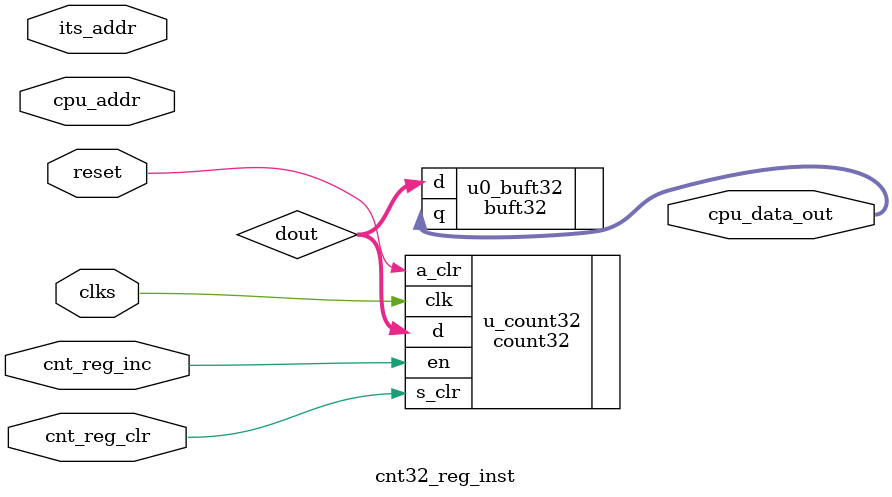
<source format=v>


module  cnt32_reg_inst
    (
    clks,
    reset,

    cpu_data_out,
    cpu_addr,
    its_addr,
    cnt_reg_inc,
    cnt_reg_clr
    );

////////////////////////////////////////////////////////////////////////////////
//  parameter declear
////////////////////////////////////////////////////////////////////////////////
localparam      UDLY         = 1;
parameter       ADDR_WIDTH   = 13;

////////////////////////////////////////////////////////////////////////////////
//  input and output declear
////////////////////////////////////////////////////////////////////////////////
input                       clks;
input                       reset;
output  [31:0]              cpu_data_out;
input   [(ADDR_WIDTH-1):0]  cpu_addr;
input   [(ADDR_WIDTH-1):0]  its_addr;
input                       cnt_reg_inc;
input                       cnt_reg_clr;

////////////////////////////////////////////////////////////////////////////////
//  wire and reg declear
////////////////////////////////////////////////////////////////////////////////
wire                        clks;
wire                        reset;
wire    [(ADDR_WIDTH-1):0]  cpu_addr;
wire    [(ADDR_WIDTH-1):0]  its_addr;
wire                        cnt_reg_inc;
wire                        cnt_reg_clr;

wire    [31:0]              dout;
wire    [31:0]              cpu_data_out;

////////////////////////////////////////////////////////////////////////////////
//  logic design begin
////////////////////////////////////////////////////////////////////////////////

//  counter inst
count32  u_count32
    (
    .a_clr      ( reset         ),
    .s_clr      ( cnt_reg_clr   ),
    .clk        ( clks          ),
    .en         ( cnt_reg_inc   ),
    .d          ( dout          )
    );

//  read high 16bit
buft32 u0_buft32
    (
    .q          ( cpu_data_out  ),
    .d          ( dout[31:0]    )
    );

endmodule

</source>
